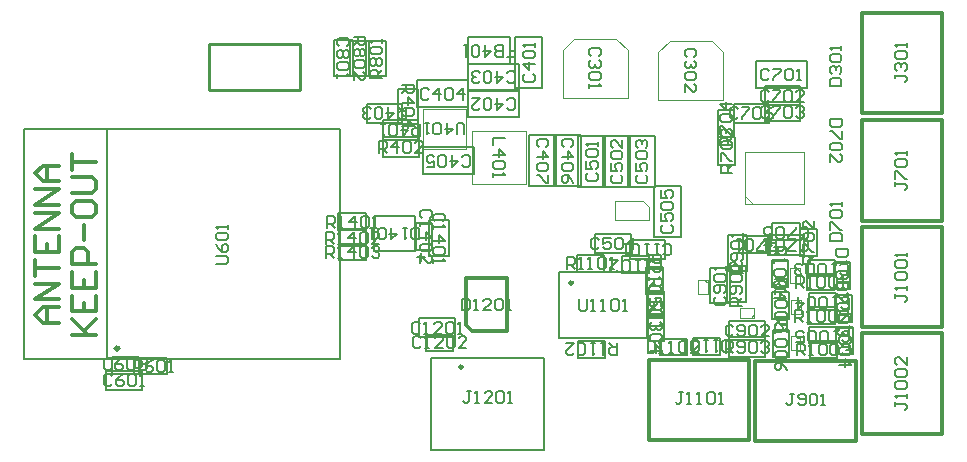
<source format=gbr>
%TF.GenerationSoftware,Altium Limited,Altium Designer,25.4.2 (15)*%
G04 Layer_Color=16711935*
%FSLAX45Y45*%
%MOMM*%
%TF.SameCoordinates,9A986A7D-484F-4AC0-AE4B-942BB78B8B2C*%
%TF.FilePolarity,Positive*%
%TF.FileFunction,Other,Mechanical_13*%
%TF.Part,Single*%
G01*
G75*
%TA.AperFunction,NonConductor*%
%ADD48C,0.30000*%
%ADD49C,0.35000*%
%ADD51C,0.25400*%
%ADD52C,0.20000*%
%ADD85C,0.17500*%
%ADD86C,0.10000*%
%ADD87C,0.15000*%
D48*
X9734971Y6019988D02*
G03*
X9734971Y6019988I-10000J0D01*
G01*
X10669571Y6734700D02*
G03*
X10669571Y6734700I-11971J0D01*
G01*
X13799699Y7258500D02*
Y8108500D01*
X13124699D02*
X13799699D01*
X13124699Y7258500D02*
Y8108500D01*
Y7258500D02*
X13799699D01*
X12218000Y5396300D02*
Y6071300D01*
X13067999D01*
Y5396300D02*
Y6071300D01*
X12218000Y5396300D02*
X13067999D01*
X13124699Y6356800D02*
X13799699D01*
X13124699D02*
Y7206800D01*
X13799699D01*
Y6356800D02*
Y7206800D01*
X13124699Y5455100D02*
X13799699D01*
X13124699D02*
Y6305100D01*
X13799699D01*
Y5455100D02*
Y6305100D01*
X13124699Y8172500D02*
X13799699D01*
X13124699D02*
Y9022500D01*
X13799699D01*
Y8172500D02*
Y9022500D01*
X9815900Y6325300D02*
X10115900D01*
X9765900Y6375299D02*
X9815900Y6325300D01*
X9765900Y6375299D02*
Y6550300D01*
X10115900Y6325300D02*
Y6775300D01*
X9765900D02*
X10115900D01*
X9765900Y6550300D02*
Y6775300D01*
X11316700Y5407000D02*
Y6082001D01*
X12166700D01*
Y5407000D02*
Y6082001D01*
X11316700Y5407000D02*
X12166700D01*
X6321503Y6393153D02*
X6188213D01*
X6121567Y6459798D01*
X6188213Y6526444D01*
X6321503D01*
X6221535D01*
Y6393153D01*
X6321503Y6593089D02*
X6121567D01*
X6321503Y6726379D01*
X6121567D01*
Y6793025D02*
Y6926315D01*
Y6859670D01*
X6321503D01*
X6121567Y7126250D02*
Y6992960D01*
X6321503D01*
Y7126250D01*
X6221535Y6992960D02*
Y7059605D01*
X6321503Y7192896D02*
X6121567D01*
X6321503Y7326186D01*
X6121567D01*
X6321503Y7392831D02*
X6121567D01*
X6321503Y7526122D01*
X6121567D01*
X6321503Y7592767D02*
X6188213D01*
X6121567Y7659412D01*
X6188213Y7726057D01*
X6321503D01*
X6221535D01*
Y7592767D01*
X6433490Y6293186D02*
X6633426D01*
X6566781D01*
X6433490Y6426476D01*
X6533458Y6326508D01*
X6633426Y6426476D01*
X6433490Y6626411D02*
Y6493121D01*
X6633426D01*
Y6626411D01*
X6533458Y6493121D02*
Y6559766D01*
X6433490Y6826347D02*
Y6693057D01*
X6633426D01*
Y6826347D01*
X6533458Y6693057D02*
Y6759702D01*
X6633426Y6892992D02*
X6433490D01*
Y6992960D01*
X6466813Y7026283D01*
X6533458D01*
X6566781Y6992960D01*
Y6892992D01*
X6533458Y7092928D02*
Y7226218D01*
X6433490Y7392831D02*
Y7326186D01*
X6466813Y7292863D01*
X6600103D01*
X6633426Y7326186D01*
Y7392831D01*
X6600103Y7426154D01*
X6466813D01*
X6433490Y7392831D01*
Y7492799D02*
X6600103D01*
X6633426Y7526122D01*
Y7592767D01*
X6600103Y7626089D01*
X6433490D01*
Y7692735D02*
Y7826025D01*
Y7759380D01*
X6633426D01*
D49*
X6828151Y6180029D02*
G03*
X6828151Y6180029I-15000J0D01*
G01*
D51*
X8359341Y8364610D02*
Y8754610D01*
X7589341D02*
X8359341D01*
X7589341Y8364610D02*
Y8754610D01*
Y8364610D02*
X8359341D01*
D52*
X9474971Y5319988D02*
X10424971D01*
Y6094988D01*
X9474971D02*
X10424971D01*
X9474971Y5319988D02*
Y6094988D01*
X8702500Y6109600D02*
Y8034600D01*
X6027500D02*
X8702500D01*
X6027500Y6084600D02*
Y8034600D01*
Y6084600D02*
X8702500D01*
Y6109600D01*
X6727500Y6084600D02*
Y8034600D01*
X10557600Y6264700D02*
Y6824700D01*
X11297600D01*
X10557600Y6264700D02*
X11297600D01*
Y6824700D01*
X8986800Y7001000D02*
X9336800D01*
X8986800D02*
Y7301000D01*
X9336800D01*
Y7001000D02*
Y7301000D01*
X13399716Y7583532D02*
Y7550210D01*
Y7566871D01*
X13483023D01*
X13499684Y7550210D01*
Y7533549D01*
X13483023Y7516887D01*
X13399716Y7616855D02*
Y7683500D01*
X13416377D01*
X13483023Y7616855D01*
X13499684D01*
X13416377Y7716823D02*
X13399716Y7733484D01*
Y7766807D01*
X13416377Y7783468D01*
X13483023D01*
X13499684Y7766807D01*
Y7733484D01*
X13483023Y7716823D01*
X13416377D01*
X13499684Y7816791D02*
Y7850113D01*
Y7833452D01*
X13399716D01*
X13416377Y7816791D01*
X9370066Y7101016D02*
Y7200984D01*
X9320082D01*
X9303421Y7184322D01*
Y7117677D01*
X9320082Y7101016D01*
X9370066D01*
X9270099Y7200984D02*
X9236776D01*
X9253437D01*
Y7101016D01*
X9270099Y7117677D01*
X9136808Y7200984D02*
Y7101016D01*
X9186792Y7151000D01*
X9120147D01*
X9086824Y7117677D02*
X9070163Y7101016D01*
X9036840D01*
X9020179Y7117677D01*
Y7184322D01*
X9036840Y7200984D01*
X9070163D01*
X9086824Y7184322D01*
Y7117677D01*
X8986857Y7200984D02*
X8953534D01*
X8970195D01*
Y7101016D01*
X8986857Y7117677D01*
X9420123Y6951000D02*
X9353478D01*
X9386800Y6917677D02*
Y6984322D01*
X12543032Y5796284D02*
X12509710D01*
X12526371D01*
Y5712977D01*
X12509710Y5696316D01*
X12493049D01*
X12476387Y5712977D01*
X12576355D02*
X12593016Y5696316D01*
X12626339D01*
X12643000Y5712977D01*
Y5779622D01*
X12626339Y5796284D01*
X12593016D01*
X12576355Y5779622D01*
Y5762961D01*
X12593016Y5746300D01*
X12643000D01*
X12676323Y5779622D02*
X12692984Y5796284D01*
X12726307D01*
X12742968Y5779622D01*
Y5712977D01*
X12726307Y5696316D01*
X12692984D01*
X12676323Y5712977D01*
Y5779622D01*
X12776291Y5696316D02*
X12809613D01*
X12792952D01*
Y5796284D01*
X12776291Y5779622D01*
X13399716Y6640179D02*
Y6606856D01*
Y6623518D01*
X13483022D01*
X13499684Y6606856D01*
Y6590195D01*
X13483022Y6573534D01*
X13499684Y6673502D02*
Y6706824D01*
Y6690163D01*
X13399716D01*
X13416377Y6673502D01*
Y6756808D02*
X13399716Y6773469D01*
Y6806792D01*
X13416377Y6823453D01*
X13483022D01*
X13499684Y6806792D01*
Y6773469D01*
X13483022Y6756808D01*
X13416377D01*
Y6856776D02*
X13399716Y6873437D01*
Y6906760D01*
X13416377Y6923421D01*
X13483022D01*
X13499684Y6906760D01*
Y6873437D01*
X13483022Y6856776D01*
X13416377D01*
X13499684Y6956744D02*
Y6990066D01*
Y6973405D01*
X13399716D01*
X13416377Y6956744D01*
X13399716Y5721818D02*
Y5688495D01*
Y5705157D01*
X13483022D01*
X13499684Y5688495D01*
Y5671834D01*
X13483022Y5655173D01*
X13499684Y5755141D02*
Y5788463D01*
Y5771802D01*
X13399716D01*
X13416377Y5755141D01*
Y5838447D02*
X13399716Y5855108D01*
Y5888431D01*
X13416377Y5905092D01*
X13483022D01*
X13499684Y5888431D01*
Y5855108D01*
X13483022Y5838447D01*
X13416377D01*
Y5938415D02*
X13399716Y5955076D01*
Y5988399D01*
X13416377Y6005060D01*
X13483022D01*
X13499684Y5988399D01*
Y5955076D01*
X13483022Y5938415D01*
X13416377D01*
X13499684Y6105028D02*
Y6038383D01*
X13433038Y6105028D01*
X13416377D01*
X13399716Y6088367D01*
Y6055044D01*
X13416377Y6038383D01*
X13399716Y8497532D02*
Y8464209D01*
Y8480871D01*
X13483022D01*
X13499684Y8464209D01*
Y8447548D01*
X13483022Y8430887D01*
X13416377Y8530855D02*
X13399716Y8547516D01*
Y8580839D01*
X13416377Y8597500D01*
X13433038D01*
X13449699Y8580839D01*
Y8564177D01*
Y8580839D01*
X13466360Y8597500D01*
X13483022D01*
X13499684Y8580839D01*
Y8547516D01*
X13483022Y8530855D01*
X13416377Y8630822D02*
X13399716Y8647484D01*
Y8680806D01*
X13416377Y8697467D01*
X13483022D01*
X13499684Y8680806D01*
Y8647484D01*
X13483022Y8630822D01*
X13416377D01*
X13499684Y8730790D02*
Y8764113D01*
Y8747452D01*
X13399716D01*
X13416377Y8730790D01*
X11608410Y5806984D02*
X11575087D01*
X11591748D01*
Y5723678D01*
X11575087Y5707017D01*
X11558426D01*
X11541765Y5723678D01*
X11641732Y5707017D02*
X11675055D01*
X11658394D01*
Y5806984D01*
X11641732Y5790323D01*
X11725039Y5707017D02*
X11758361D01*
X11741700D01*
Y5806984D01*
X11725039Y5790323D01*
X11808345D02*
X11825007Y5806984D01*
X11858329D01*
X11874990Y5790323D01*
Y5723678D01*
X11858329Y5707017D01*
X11825007D01*
X11808345Y5723678D01*
Y5790323D01*
X11908313Y5707017D02*
X11941636D01*
X11924974D01*
Y5806984D01*
X11908313Y5790323D01*
D85*
X11899972Y7964989D02*
X12039972D01*
X11899972D02*
Y8194989D01*
X12039972D01*
Y7964989D02*
Y8194989D01*
X12366620Y6101779D02*
Y6331779D01*
Y6101779D02*
X12506620D01*
Y6331779D01*
X12366620D02*
X12506620D01*
X9194380Y8376900D02*
X9359380D01*
Y8076900D02*
Y8376900D01*
X9194380Y8076900D02*
X9359380D01*
X9194380D02*
Y8376900D01*
X10301580Y7549500D02*
Y7981300D01*
Y7549500D02*
X10530180D01*
Y7981300D01*
X10301580D02*
X10530180D01*
X10513180Y7549500D02*
Y7981300D01*
Y7549500D02*
X10741780D01*
Y7981300D01*
X10513180D02*
X10741780D01*
X9784106Y8589261D02*
X10215906D01*
X9784106Y8360661D02*
Y8589261D01*
Y8360661D02*
X10215906D01*
Y8589261D01*
X9784106Y8364262D02*
X10215906D01*
X9784106Y8135662D02*
Y8364262D01*
Y8135662D02*
X10215906D01*
Y8364262D01*
X10414264Y8384094D02*
Y8815894D01*
X10185664D02*
X10414264D01*
X10185664Y8384094D02*
Y8815894D01*
Y8384094D02*
X10414264D01*
X12219200Y8383400D02*
X12651000D01*
Y8612000D01*
X12219200D02*
X12651000D01*
X12219200Y8383400D02*
Y8612000D01*
X12296900Y8099700D02*
X12596900D01*
Y8264699D01*
X12296900D02*
X12596900D01*
X12296900Y8099700D02*
Y8264699D01*
X12296900Y8236300D02*
X12596900D01*
Y8401300D01*
X12296900D02*
X12596900D01*
X12296900Y8236300D02*
Y8401300D01*
X9343499Y7239500D02*
X9483500D01*
Y7009500D02*
Y7239500D01*
X9343499Y7009500D02*
X9483500D01*
X9343499D02*
Y7239500D01*
X9456100Y6961800D02*
Y7261800D01*
Y6961800D02*
X9621100D01*
Y7261800D01*
X9456100D02*
X9621100D01*
X8688200Y7181900D02*
Y7321900D01*
X8918200D01*
Y7181900D02*
Y7321900D01*
X8688200Y7181900D02*
X8918200D01*
X8695500Y7045500D02*
Y7185500D01*
X8925500D01*
Y7045500D02*
Y7185500D01*
X8695500Y7045500D02*
X8925500D01*
X8695500Y6924100D02*
Y7064100D01*
X8925500D01*
Y6924100D02*
Y7064100D01*
X8695500Y6924100D02*
X8925500D01*
X8923500Y8484200D02*
X9088500D01*
X8923500D02*
Y8784200D01*
X9088500D01*
Y8484200D02*
Y8784200D01*
X8647300Y8485800D02*
Y8785800D01*
Y8485800D02*
X8812300D01*
Y8785800D01*
X8647300D02*
X8812300D01*
X8783900Y8783500D02*
X8948900D01*
Y8483500D02*
Y8783500D01*
X8783900Y8483500D02*
X8948900D01*
X8783900D02*
Y8783500D01*
X11983299Y6836400D02*
X12148299D01*
X11983299D02*
Y7136400D01*
X12148299D01*
Y6836400D02*
Y7136400D01*
X12000900Y6561400D02*
Y6861400D01*
X11835900D02*
X12000900D01*
X11835900Y6561400D02*
Y6861400D01*
Y6561400D02*
X12000900D01*
X11974300Y6573700D02*
X12139300D01*
X11974300D02*
Y6873700D01*
X12139300D01*
Y6573700D02*
Y6873700D01*
X11998700Y6247300D02*
X12298700D01*
Y6412300D01*
X11998700D02*
X12298700D01*
X11998700Y6247300D02*
Y6412300D01*
X11998700Y6108900D02*
Y6273900D01*
X12298700D01*
Y6108900D02*
Y6273900D01*
X11998700Y6108900D02*
X12298700D01*
X12362300Y6659700D02*
X12502300D01*
Y6429700D02*
Y6659700D01*
X12362300Y6429700D02*
X12502300D01*
X12362300D02*
Y6659700D01*
X12355900Y6924700D02*
X12495900D01*
Y6694700D02*
Y6924700D01*
X12355900Y6694700D02*
X12495900D01*
X12355900D02*
Y6924700D01*
X12653000Y6672000D02*
Y6812000D01*
X12883000D01*
Y6672000D02*
Y6812000D01*
X12653000Y6672000D02*
X12883000D01*
X12665300Y6385600D02*
Y6525600D01*
X12895300D01*
Y6385600D02*
Y6525600D01*
X12665300Y6385600D02*
X12895300D01*
X12680300Y6099200D02*
Y6239201D01*
X12910300D01*
Y6099200D02*
Y6239201D01*
X12680300Y6099200D02*
X12910300D01*
X12904700Y6222200D02*
Y6362200D01*
X12674700Y6222200D02*
X12904700D01*
X12674700D02*
Y6362200D01*
X12904700D01*
X12899727Y6506157D02*
Y6646158D01*
X12669727Y6506157D02*
X12899727D01*
X12669727D02*
Y6646158D01*
X12899727D01*
X12889700Y6790000D02*
Y6930001D01*
X12659700Y6790000D02*
X12889700D01*
X12659700D02*
Y6930001D01*
X12889700D01*
X12903600Y6129700D02*
Y6359700D01*
Y6129700D02*
X13043600D01*
Y6359700D01*
X12903600D02*
X13043600D01*
X12892201Y6404700D02*
Y6634700D01*
Y6404700D02*
X13032201D01*
Y6634700D01*
X12892201D02*
X13032201D01*
X12880800Y6679700D02*
Y6909700D01*
Y6679700D02*
X13020799D01*
Y6909700D01*
X12880800D02*
X13020799D01*
X11368900Y7546800D02*
Y7978600D01*
X11140300D02*
X11368900D01*
X11140300Y7546800D02*
Y7978600D01*
Y7546800D02*
X11368900D01*
X11157300Y7546799D02*
Y7978599D01*
X10928700D02*
X11157300D01*
X10928700Y7546799D02*
Y7978599D01*
Y7546799D02*
X11157300D01*
X10946500Y7546800D02*
Y7978600D01*
X10717900D02*
X10946500D01*
X10717900Y7546800D02*
Y7978600D01*
Y7546800D02*
X10946500D01*
X11584901Y7121800D02*
Y7553600D01*
X11356301D02*
X11584901D01*
X11356301Y7121800D02*
Y7553600D01*
Y7121800D02*
X11584901D01*
X10863100Y6983900D02*
X11163100D01*
Y7148900D01*
X10863100D02*
X11163100D01*
X10863100Y6983900D02*
Y7148900D01*
X9401400Y7881220D02*
X9833200D01*
X9401400Y7652620D02*
Y7881220D01*
Y7652620D02*
X9833200D01*
Y7881220D01*
X10142800Y8584420D02*
Y8813020D01*
X9787200Y8584420D02*
X10142800D01*
X9787200D02*
Y8813020D01*
X10142800D01*
X9364200Y7944220D02*
Y8109220D01*
X9064200Y7944220D02*
X9364200D01*
X9064200D02*
Y8109220D01*
X9364200D01*
X9356800Y8220180D02*
X9788600D01*
Y8448780D01*
X9356800D02*
X9788600D01*
X9356800Y8220180D02*
Y8448780D01*
X9226900Y8087020D02*
Y8252020D01*
X8926900Y8087020D02*
X9226900D01*
X8926900D02*
Y8252020D01*
X9226900D01*
X9068100Y7802780D02*
Y7967780D01*
X9368100D01*
Y7802780D02*
Y7967780D01*
X9068100Y7802780D02*
X9368100D01*
X12327700Y7135400D02*
X12627700D01*
X12327700Y6970400D02*
Y7135400D01*
Y6970400D02*
X12627700D01*
Y7135400D01*
X12592700Y7096300D02*
Y7236300D01*
X12362700Y7096300D02*
X12592700D01*
X12362700D02*
Y7236300D01*
X12592700D01*
X12034400Y8086600D02*
X12334400D01*
Y8251600D01*
X12034400D02*
X12334400D01*
X12034400Y8086600D02*
Y8251600D01*
X12342900Y6987400D02*
Y7127401D01*
X12112900Y6987400D02*
X12342900D01*
X12112900D02*
Y7127401D01*
X12342900D01*
X11903079Y7735079D02*
X12043080D01*
X11903079D02*
Y7965079D01*
X12043080D01*
Y7735079D02*
Y7965079D01*
X12597500Y6960440D02*
X12737500D01*
X12597500D02*
Y7190441D01*
X12737500D01*
Y6960440D02*
Y7190441D01*
X6768400Y5965800D02*
Y6105801D01*
X6998400D01*
Y5965800D02*
Y6105801D01*
X6768400Y5965800D02*
X6998400D01*
X6721100Y5826400D02*
X7021100D01*
Y5991400D01*
X6721100D02*
X7021100D01*
X6721100Y5826400D02*
Y5991400D01*
X7006100Y5959100D02*
Y6099101D01*
X7236100D01*
Y5959100D02*
Y6099101D01*
X7006100Y5959100D02*
X7236100D01*
X9431786Y6153048D02*
Y6293048D01*
X9661786D01*
Y6153048D02*
Y6293048D01*
X9431786Y6153048D02*
X9661786D01*
X9372640Y6271268D02*
X9672640D01*
Y6436268D01*
X9372640D02*
X9672640D01*
X9372640Y6271268D02*
Y6436268D01*
X11318700Y6819800D02*
Y6959800D01*
X11088700Y6819800D02*
X11318700D01*
X11088700D02*
Y6959800D01*
X11318700D01*
X11153300Y7097600D02*
X11453300D01*
X11153300Y6932600D02*
Y7097600D01*
Y6932600D02*
X11453300D01*
Y7097600D01*
X11305800Y6468700D02*
X11445800D01*
Y6238700D02*
Y6468700D01*
X11305800Y6238700D02*
X11445800D01*
X11305800D02*
Y6468700D01*
X10706700Y6828200D02*
Y6968200D01*
X10936700D01*
Y6828200D02*
Y6968200D01*
X10706700Y6828200D02*
X10936700D01*
X11307100Y6668700D02*
X11447100D01*
Y6438700D02*
Y6668700D01*
X11307100Y6438700D02*
X11447100D01*
X11307100D02*
Y6668700D01*
X11295300Y6868700D02*
X11435300D01*
Y6638700D02*
Y6868700D01*
X11295300Y6638700D02*
X11435300D01*
X11295300D02*
Y6868700D01*
X10943700Y6101500D02*
Y6241500D01*
X10713700Y6101500D02*
X10943700D01*
X10713700D02*
Y6241500D01*
X10943700D01*
X11406300Y6121700D02*
X11636300D01*
Y6261700D01*
X11406300D02*
X11636300D01*
X11406300Y6121700D02*
Y6261700D01*
X11688300Y6265900D02*
X11918300D01*
X11688300Y6125900D02*
Y6265900D01*
Y6125900D02*
X11918300D01*
Y6265900D01*
X12953185Y8120774D02*
X12853217D01*
Y8070790D01*
X12869878Y8054129D01*
X12936523D01*
X12953185Y8070790D01*
Y8120774D01*
Y8020806D02*
Y7954161D01*
X12936523D01*
X12869878Y8020806D01*
X12853217D01*
X12936523Y7920839D02*
X12953185Y7904177D01*
Y7870855D01*
X12936523Y7854194D01*
X12869878D01*
X12853217Y7870855D01*
Y7904177D01*
X12869878Y7920839D01*
X12936523D01*
X12853217Y7754226D02*
Y7820871D01*
X12919861Y7754226D01*
X12936523D01*
X12953185Y7770887D01*
Y7804209D01*
X12936523Y7820871D01*
X9732634Y6600283D02*
Y6500316D01*
X9782618D01*
X9799279Y6516977D01*
Y6583622D01*
X9782618Y6600283D01*
X9732634D01*
X9832602Y6500316D02*
X9865924D01*
X9849263D01*
Y6600283D01*
X9832602Y6583622D01*
X9982553Y6500316D02*
X9915908D01*
X9982553Y6566961D01*
Y6583622D01*
X9965892Y6600283D01*
X9932569D01*
X9915908Y6583622D01*
X10015876D02*
X10032537Y6600283D01*
X10065860D01*
X10082521Y6583622D01*
Y6516977D01*
X10065860Y6500316D01*
X10032537D01*
X10015876Y6516977D01*
Y6583622D01*
X10115844Y6500316D02*
X10149166D01*
X10132505D01*
Y6600283D01*
X10115844Y6583622D01*
X12847116Y8401887D02*
X12947084D01*
Y8451871D01*
X12930421Y8468532D01*
X12863777D01*
X12847116Y8451871D01*
Y8401887D01*
X12863777Y8501855D02*
X12847116Y8518516D01*
Y8551839D01*
X12863777Y8568500D01*
X12880440D01*
X12897099Y8551839D01*
Y8535177D01*
Y8551839D01*
X12913760Y8568500D01*
X12930421D01*
X12947084Y8551839D01*
Y8518516D01*
X12930421Y8501855D01*
X12863777Y8601823D02*
X12847116Y8618484D01*
Y8651807D01*
X12863777Y8668468D01*
X12930421D01*
X12947084Y8651807D01*
Y8618484D01*
X12930421Y8601823D01*
X12863777D01*
X12947084Y8701791D02*
Y8735113D01*
Y8718452D01*
X12847116D01*
X12863777Y8701791D01*
X12853217Y7085087D02*
X12953185D01*
Y7135071D01*
X12936523Y7151732D01*
X12869878D01*
X12853217Y7135071D01*
Y7085087D01*
Y7185055D02*
Y7251700D01*
X12869878D01*
X12936523Y7185055D01*
X12953185D01*
X12869878Y7285023D02*
X12853217Y7301684D01*
Y7335007D01*
X12869878Y7351668D01*
X12936523D01*
X12953185Y7335007D01*
Y7301684D01*
X12936523Y7285023D01*
X12869878D01*
X12953185Y7384991D02*
Y7418313D01*
Y7401652D01*
X12853217D01*
X12869878Y7384991D01*
D86*
X10686000Y8802300D02*
X11041000D01*
X10588500Y8704800D02*
X10686000Y8802300D01*
X10588500Y8302300D02*
Y8704800D01*
Y8302300D02*
X11138500D01*
Y8704800D01*
X11041000Y8802300D02*
X11138500Y8704800D01*
X11813800Y6640100D02*
Y6760100D01*
X11733800Y6640100D02*
X11813800D01*
X11733800D02*
Y6760100D01*
X11813800D01*
X11786300D02*
X11813800Y6732600D01*
X12090100Y6438800D02*
X12210100D01*
X12090100D02*
Y6518800D01*
X12210100D01*
Y6438800D02*
Y6518800D01*
X12182600Y6438800D02*
X12210100Y6466300D01*
X12597200Y6165400D02*
Y6285400D01*
X12517200Y6165400D02*
X12597200D01*
X12517200D02*
Y6285400D01*
X12597200D01*
X12569700D02*
X12597200Y6257900D01*
X12600800Y6470400D02*
Y6590400D01*
X12520800Y6470400D02*
X12600800D01*
X12520800D02*
Y6590400D01*
X12600800D01*
X12573300D02*
X12600800Y6562900D01*
X12594400Y6735400D02*
Y6855400D01*
X12514400Y6735400D02*
X12594400D01*
X12514400D02*
Y6855400D01*
X12594400D01*
X12566900D02*
X12594400Y6827900D01*
X11320400Y7264900D02*
Y7374900D01*
X11270399Y7424900D02*
X11320400Y7374900D01*
X11030400Y7424900D02*
X11270399D01*
X11030400Y7264900D02*
X11320400D01*
X11030400D02*
Y7424900D01*
X11846600Y8782300D02*
X11944100Y8684800D01*
Y8282300D02*
Y8684800D01*
X11394100Y8282300D02*
X11944100D01*
X11394100D02*
Y8684800D01*
X11491600Y8782300D01*
X11846600D01*
X9407580Y8209600D02*
X9767580D01*
X9407580Y7869600D02*
X9767580D01*
X9407580D02*
Y8209600D01*
X9767580Y7869600D02*
Y8209600D01*
X9822300Y8021980D02*
X10272300D01*
X9822300Y7571980D02*
X10272300D01*
Y8021980D01*
X9822300Y7571980D02*
Y8021980D01*
X12129300Y7467700D02*
X12194300Y7402700D01*
X12129300D02*
X12629300D01*
Y7842700D01*
X12129300D02*
X12629300D01*
X12129300Y7402700D02*
Y7842700D01*
D87*
X10896822Y8652268D02*
X10913483Y8668929D01*
Y8702251D01*
X10896822Y8718913D01*
X10830177D01*
X10813516Y8702251D01*
Y8668929D01*
X10830177Y8652268D01*
X10896822Y8618945D02*
X10913483Y8602284D01*
Y8568961D01*
X10896822Y8552300D01*
X10880161D01*
X10863499Y8568961D01*
Y8585622D01*
Y8568961D01*
X10846838Y8552300D01*
X10830177D01*
X10813516Y8568961D01*
Y8602284D01*
X10830177Y8618945D01*
X10896822Y8518977D02*
X10913483Y8502316D01*
Y8468993D01*
X10896822Y8452332D01*
X10830177D01*
X10813516Y8468993D01*
Y8502316D01*
X10830177Y8518977D01*
X10896822D01*
X10813516Y8419009D02*
Y8385687D01*
Y8402348D01*
X10913483D01*
X10896822Y8419009D01*
X10727665Y6594684D02*
Y6511378D01*
X10744326Y6494716D01*
X10777649D01*
X10794310Y6511378D01*
Y6594684D01*
X10827633Y6494716D02*
X10860955D01*
X10844294D01*
Y6594684D01*
X10827633Y6578023D01*
X10910939Y6494716D02*
X10944262D01*
X10927600D01*
Y6594684D01*
X10910939Y6578023D01*
X10994245D02*
X11010907Y6594684D01*
X11044229D01*
X11060891Y6578023D01*
Y6511378D01*
X11044229Y6494716D01*
X11010907D01*
X10994245Y6511378D01*
Y6578023D01*
X11094213Y6494716D02*
X11127536D01*
X11110875D01*
Y6594684D01*
X11094213Y6578023D01*
X11702423Y8648929D02*
X11719084Y8665590D01*
Y8698912D01*
X11702423Y8715574D01*
X11635778D01*
X11619116Y8698912D01*
Y8665590D01*
X11635778Y8648929D01*
X11702423Y8615606D02*
X11719084Y8598945D01*
Y8565622D01*
X11702423Y8548961D01*
X11685761D01*
X11669100Y8565622D01*
Y8582284D01*
Y8565622D01*
X11652439Y8548961D01*
X11635778D01*
X11619116Y8565622D01*
Y8598945D01*
X11635778Y8615606D01*
X11702423Y8515638D02*
X11719084Y8498977D01*
Y8465654D01*
X11702423Y8448993D01*
X11635778D01*
X11619116Y8465654D01*
Y8498977D01*
X11635778Y8515638D01*
X11702423D01*
X11619116Y8349025D02*
Y8415670D01*
X11685761Y8349025D01*
X11702423D01*
X11719084Y8365687D01*
Y8399009D01*
X11702423Y8415670D01*
X7652516Y6892987D02*
X7735823D01*
X7752484Y6909649D01*
Y6942971D01*
X7735823Y6959633D01*
X7652516D01*
Y7059600D02*
X7669178Y7026278D01*
X7702500Y6992955D01*
X7735823D01*
X7752484Y7009617D01*
Y7042939D01*
X7735823Y7059600D01*
X7719162D01*
X7702500Y7042939D01*
Y6992955D01*
X7669178Y7092923D02*
X7652516Y7109584D01*
Y7142907D01*
X7669178Y7159568D01*
X7735823D01*
X7752484Y7142907D01*
Y7109584D01*
X7735823Y7092923D01*
X7669178D01*
X7752484Y7192891D02*
Y7226213D01*
Y7209552D01*
X7652516D01*
X7669178Y7192891D01*
X9808350Y5819972D02*
X9775028D01*
X9791689D01*
Y5736666D01*
X9775028Y5720004D01*
X9758367D01*
X9741705Y5736666D01*
X9841673Y5720004D02*
X9874995D01*
X9858334D01*
Y5819972D01*
X9841673Y5803311D01*
X9991624Y5720004D02*
X9924979D01*
X9991624Y5786649D01*
Y5803311D01*
X9974963Y5819972D01*
X9941641D01*
X9924979Y5803311D01*
X10024947D02*
X10041609Y5819972D01*
X10074931D01*
X10091592Y5803311D01*
Y5736666D01*
X10074931Y5720004D01*
X10041609D01*
X10024947Y5736666D01*
Y5803311D01*
X10124915Y5720004D02*
X10158237D01*
X10141576D01*
Y5819972D01*
X10124915Y5803311D01*
X12019955Y7896715D02*
X11919988D01*
Y7946699D01*
X11936649Y7963360D01*
X11969971D01*
X11986633Y7946699D01*
Y7896715D01*
Y7930037D02*
X12019955Y7963360D01*
X11919988Y7996683D02*
Y8063328D01*
X11936649D01*
X12003294Y7996683D01*
X12019955D01*
X11936649Y8096650D02*
X11919988Y8113312D01*
Y8146634D01*
X11936649Y8163295D01*
X12003294D01*
X12019955Y8146634D01*
Y8113312D01*
X12003294Y8096650D01*
X11936649D01*
X12019955Y8246602D02*
X11919988D01*
X11969971Y8196618D01*
Y8263263D01*
X12386637Y6441706D02*
X12486604D01*
Y6391723D01*
X12469943Y6375061D01*
X12436621D01*
X12419959Y6391723D01*
Y6441706D01*
Y6408384D02*
X12386637Y6375061D01*
Y6341739D02*
Y6308416D01*
Y6325077D01*
X12486604D01*
X12469943Y6341739D01*
Y6258432D02*
X12486604Y6241771D01*
Y6208448D01*
X12469943Y6191787D01*
X12403298D01*
X12386637Y6208448D01*
Y6241771D01*
X12403298Y6258432D01*
X12469943D01*
Y6158464D02*
X12486604Y6141803D01*
Y6108481D01*
X12469943Y6091819D01*
X12403298D01*
X12386637Y6108481D01*
Y6141803D01*
X12403298Y6158464D01*
X12469943D01*
X12486604Y5991852D02*
X12469943Y6025174D01*
X12436621Y6058497D01*
X12403298D01*
X12386637Y6041835D01*
Y6008513D01*
X12403298Y5991852D01*
X12419959D01*
X12436621Y6008513D01*
Y6058497D01*
X9226896Y8410174D02*
X9326863D01*
Y8360190D01*
X9310202Y8343529D01*
X9276880D01*
X9260218Y8360190D01*
Y8410174D01*
Y8376852D02*
X9226896Y8343529D01*
Y8260222D02*
X9326863D01*
X9276880Y8310206D01*
Y8243561D01*
X9310202Y8210239D02*
X9326863Y8193577D01*
Y8160255D01*
X9310202Y8143594D01*
X9243557D01*
X9226896Y8160255D01*
Y8193577D01*
X9243557Y8210239D01*
X9310202D01*
X9226896Y8060287D02*
X9326863D01*
X9276880Y8110271D01*
Y8043626D01*
X10449203Y7882029D02*
X10465864Y7898690D01*
Y7932012D01*
X10449203Y7948674D01*
X10382558D01*
X10365896Y7932012D01*
Y7898690D01*
X10382558Y7882029D01*
X10365896Y7798722D02*
X10465864D01*
X10415880Y7848706D01*
Y7782061D01*
X10449203Y7748738D02*
X10465864Y7732077D01*
Y7698754D01*
X10449203Y7682093D01*
X10382558D01*
X10365896Y7698754D01*
Y7732077D01*
X10382558Y7748738D01*
X10449203D01*
X10465864Y7648770D02*
Y7582125D01*
X10449203D01*
X10382558Y7648770D01*
X10365896D01*
X10660803Y7882029D02*
X10677464Y7898690D01*
Y7932013D01*
X10660803Y7948674D01*
X10594158D01*
X10577496Y7932013D01*
Y7898690D01*
X10594158Y7882029D01*
X10577496Y7798722D02*
X10677464D01*
X10627480Y7848706D01*
Y7782061D01*
X10660803Y7748738D02*
X10677464Y7732077D01*
Y7698754D01*
X10660803Y7682093D01*
X10594158D01*
X10577496Y7698754D01*
Y7732077D01*
X10594158Y7748738D01*
X10660803D01*
X10677464Y7582126D02*
X10660803Y7615448D01*
X10627480Y7648771D01*
X10594158D01*
X10577496Y7632109D01*
Y7598787D01*
X10594158Y7582126D01*
X10610819D01*
X10627480Y7598787D01*
Y7648771D01*
X10116635Y8441638D02*
X10133296Y8424977D01*
X10166618D01*
X10183280Y8441638D01*
Y8508283D01*
X10166618Y8524945D01*
X10133296D01*
X10116635Y8508283D01*
X10033328Y8524945D02*
Y8424977D01*
X10083312Y8474961D01*
X10016667D01*
X9983344Y8441638D02*
X9966683Y8424977D01*
X9933360D01*
X9916699Y8441638D01*
Y8508283D01*
X9933360Y8524945D01*
X9966683D01*
X9983344Y8508283D01*
Y8441638D01*
X9883376D02*
X9866715Y8424977D01*
X9833393D01*
X9816731Y8441638D01*
Y8458300D01*
X9833393Y8474961D01*
X9850054D01*
X9833393D01*
X9816731Y8491622D01*
Y8508283D01*
X9833393Y8524945D01*
X9866715D01*
X9883376Y8508283D01*
X10116635Y8216640D02*
X10133296Y8199979D01*
X10166619D01*
X10183280Y8216640D01*
Y8283285D01*
X10166619Y8299946D01*
X10133296D01*
X10116635Y8283285D01*
X10033328Y8299946D02*
Y8199979D01*
X10083312Y8249962D01*
X10016667D01*
X9983345Y8216640D02*
X9966683Y8199979D01*
X9933361D01*
X9916699Y8216640D01*
Y8283285D01*
X9933361Y8299946D01*
X9966683D01*
X9983345Y8283285D01*
Y8216640D01*
X9816732Y8299946D02*
X9883377D01*
X9816732Y8233301D01*
Y8216640D01*
X9833393Y8199979D01*
X9866715D01*
X9883377Y8216640D01*
X10266641Y8500026D02*
X10249979Y8483365D01*
Y8450043D01*
X10266641Y8433381D01*
X10333286D01*
X10349947Y8450043D01*
Y8483365D01*
X10333286Y8500026D01*
X10349947Y8583333D02*
X10249979D01*
X10299963Y8533349D01*
Y8599994D01*
X10266641Y8633317D02*
X10249979Y8649978D01*
Y8683301D01*
X10266641Y8699962D01*
X10333286D01*
X10349947Y8683301D01*
Y8649978D01*
X10333286Y8633317D01*
X10266641D01*
X10349947Y8733285D02*
Y8766607D01*
Y8749946D01*
X10249979D01*
X10266641Y8733285D01*
X12335132Y8531022D02*
X12318471Y8547684D01*
X12285149D01*
X12268487Y8531022D01*
Y8464377D01*
X12285149Y8447716D01*
X12318471D01*
X12335132Y8464377D01*
X12368455Y8547684D02*
X12435100D01*
Y8531022D01*
X12368455Y8464377D01*
Y8447716D01*
X12468423Y8531022D02*
X12485084Y8547684D01*
X12518407D01*
X12535068Y8531022D01*
Y8464377D01*
X12518407Y8447716D01*
X12485084D01*
X12468423Y8464377D01*
Y8531022D01*
X12568391Y8447716D02*
X12601713D01*
X12585052D01*
Y8547684D01*
X12568391Y8531022D01*
X12330271Y8215522D02*
X12313610Y8232183D01*
X12280288D01*
X12263626Y8215522D01*
Y8148877D01*
X12280288Y8132216D01*
X12313610D01*
X12330271Y8148877D01*
X12363594Y8232183D02*
X12430239D01*
Y8215522D01*
X12363594Y8148877D01*
Y8132216D01*
X12463562Y8215522D02*
X12480223Y8232183D01*
X12513546D01*
X12530207Y8215522D01*
Y8148877D01*
X12513546Y8132216D01*
X12480223D01*
X12463562Y8148877D01*
Y8215522D01*
X12563530D02*
X12580191Y8232183D01*
X12613514D01*
X12630175Y8215522D01*
Y8198861D01*
X12613514Y8182200D01*
X12596852D01*
X12613514D01*
X12630175Y8165538D01*
Y8148877D01*
X12613514Y8132216D01*
X12580191D01*
X12563530Y8148877D01*
X12330270Y8352122D02*
X12313609Y8368784D01*
X12280287D01*
X12263625Y8352122D01*
Y8285477D01*
X12280287Y8268816D01*
X12313609D01*
X12330270Y8285477D01*
X12363593Y8368784D02*
X12430238D01*
Y8352122D01*
X12363593Y8285477D01*
Y8268816D01*
X12463561Y8352122D02*
X12480222Y8368784D01*
X12513545D01*
X12530206Y8352122D01*
Y8285477D01*
X12513545Y8268816D01*
X12480222D01*
X12463561Y8285477D01*
Y8352122D01*
X12630174Y8268816D02*
X12563529D01*
X12630174Y8335461D01*
Y8352122D01*
X12613513Y8368784D01*
X12580190D01*
X12563529Y8352122D01*
X9459522Y7282782D02*
X9476183Y7299443D01*
Y7332766D01*
X9459522Y7349427D01*
X9392877D01*
X9376216Y7332766D01*
Y7299443D01*
X9392877Y7282782D01*
X9376216Y7249459D02*
Y7216137D01*
Y7232798D01*
X9476183D01*
X9459522Y7249459D01*
X9376216Y7116169D02*
X9476183D01*
X9426200Y7166153D01*
Y7099508D01*
X9459522Y7066185D02*
X9476183Y7049524D01*
Y7016201D01*
X9459522Y6999540D01*
X9392877D01*
X9376216Y7016201D01*
Y7049524D01*
X9392877Y7066185D01*
X9459522D01*
X9376216Y6899572D02*
Y6966217D01*
X9442861Y6899572D01*
X9459522D01*
X9476183Y6916234D01*
Y6949556D01*
X9459522Y6966217D01*
X9571923Y7253421D02*
X9588584Y7270082D01*
Y7303405D01*
X9571923Y7320066D01*
X9505278D01*
X9488616Y7303405D01*
Y7270082D01*
X9505278Y7253421D01*
X9488616Y7220098D02*
Y7186776D01*
Y7203437D01*
X9588584D01*
X9571923Y7220098D01*
X9488616Y7086808D02*
X9588584D01*
X9538600Y7136792D01*
Y7070147D01*
X9571923Y7036824D02*
X9588584Y7020163D01*
Y6986840D01*
X9571923Y6970179D01*
X9505278D01*
X9488616Y6986840D01*
Y7020163D01*
X9505278Y7036824D01*
X9571923D01*
X9488616Y6936856D02*
Y6903534D01*
Y6920195D01*
X9588584D01*
X9571923Y6936856D01*
X8594934Y7201916D02*
Y7301884D01*
X8644917D01*
X8661579Y7285222D01*
Y7251900D01*
X8644917Y7235239D01*
X8594934D01*
X8628256D02*
X8661579Y7201916D01*
X8694901D02*
X8728224D01*
X8711563D01*
Y7301884D01*
X8694901Y7285222D01*
X8828192Y7201916D02*
Y7301884D01*
X8778208Y7251900D01*
X8844853D01*
X8878176Y7285222D02*
X8894837Y7301884D01*
X8928159D01*
X8944821Y7285222D01*
Y7218577D01*
X8928159Y7201916D01*
X8894837D01*
X8878176Y7218577D01*
Y7285222D01*
X8978143Y7201916D02*
X9011466D01*
X8994805D01*
Y7301884D01*
X8978143Y7285222D01*
X8585572Y7065516D02*
Y7165484D01*
X8635556D01*
X8652217Y7148822D01*
Y7115500D01*
X8635556Y7098838D01*
X8585572D01*
X8618895D02*
X8652217Y7065516D01*
X8685540D02*
X8718863D01*
X8702202D01*
Y7165484D01*
X8685540Y7148822D01*
X8818830Y7065516D02*
Y7165484D01*
X8768847Y7115500D01*
X8835492D01*
X8868814Y7148822D02*
X8885476Y7165484D01*
X8918798D01*
X8935459Y7148822D01*
Y7082177D01*
X8918798Y7065516D01*
X8885476D01*
X8868814Y7082177D01*
Y7148822D01*
X9035427Y7065516D02*
X8968782D01*
X9035427Y7132161D01*
Y7148822D01*
X9018766Y7165484D01*
X8985444D01*
X8968782Y7148822D01*
X8585573Y6944116D02*
Y7044084D01*
X8635557D01*
X8652218Y7027423D01*
Y6994100D01*
X8635557Y6977439D01*
X8585573D01*
X8618895D02*
X8652218Y6944116D01*
X8685541D02*
X8718863D01*
X8702202D01*
Y7044084D01*
X8685541Y7027423D01*
X8818831Y6944116D02*
Y7044084D01*
X8768847Y6994100D01*
X8835492D01*
X8868815Y7027423D02*
X8885476Y7044084D01*
X8918799D01*
X8935460Y7027423D01*
Y6960778D01*
X8918799Y6944116D01*
X8885476D01*
X8868815Y6960778D01*
Y7027423D01*
X8968783D02*
X8985444Y7044084D01*
X9018767D01*
X9035428Y7027423D01*
Y7010761D01*
X9018767Y6994100D01*
X9002105D01*
X9018767D01*
X9035428Y6977439D01*
Y6960778D01*
X9018767Y6944116D01*
X8985444D01*
X8968783Y6960778D01*
X9055983Y8467587D02*
X8956016D01*
Y8517571D01*
X8972677Y8534232D01*
X9006000D01*
X9022661Y8517571D01*
Y8467587D01*
Y8500909D02*
X9055983Y8534232D01*
X8972677Y8567555D02*
X8956016Y8584216D01*
Y8617539D01*
X8972677Y8634200D01*
X8989338D01*
X9006000Y8617539D01*
X9022661Y8634200D01*
X9039322D01*
X9055983Y8617539D01*
Y8584216D01*
X9039322Y8567555D01*
X9022661D01*
X9006000Y8584216D01*
X8989338Y8567555D01*
X8972677D01*
X9006000Y8584216D02*
Y8617539D01*
X8972677Y8667522D02*
X8956016Y8684184D01*
Y8717506D01*
X8972677Y8734167D01*
X9039322D01*
X9055983Y8717506D01*
Y8684184D01*
X9039322Y8667522D01*
X8972677D01*
X9055983Y8767490D02*
Y8800813D01*
Y8784152D01*
X8956016D01*
X8972677Y8767490D01*
X8763123Y8735768D02*
X8779784Y8752429D01*
Y8785751D01*
X8763123Y8802413D01*
X8696478D01*
X8679817Y8785751D01*
Y8752429D01*
X8696478Y8735768D01*
X8763123Y8702445D02*
X8779784Y8685783D01*
Y8652461D01*
X8763123Y8635800D01*
X8746462D01*
X8729800Y8652461D01*
X8713139Y8635800D01*
X8696478D01*
X8679817Y8652461D01*
Y8685783D01*
X8696478Y8702445D01*
X8713139D01*
X8729800Y8685783D01*
X8746462Y8702445D01*
X8763123D01*
X8729800Y8685783D02*
Y8652461D01*
X8763123Y8602477D02*
X8779784Y8585816D01*
Y8552493D01*
X8763123Y8535832D01*
X8696478D01*
X8679817Y8552493D01*
Y8585816D01*
X8696478Y8602477D01*
X8763123D01*
X8679817Y8502509D02*
Y8469187D01*
Y8485848D01*
X8779784D01*
X8763123Y8502509D01*
X8816416Y8816774D02*
X8916384D01*
Y8766790D01*
X8899723Y8750129D01*
X8866400D01*
X8849739Y8766790D01*
Y8816774D01*
Y8783452D02*
X8816416Y8750129D01*
X8899723Y8716807D02*
X8916384Y8700145D01*
Y8666823D01*
X8899723Y8650162D01*
X8883061D01*
X8866400Y8666823D01*
X8849739Y8650162D01*
X8833078D01*
X8816416Y8666823D01*
Y8700145D01*
X8833078Y8716807D01*
X8849739D01*
X8866400Y8700145D01*
X8883061Y8716807D01*
X8899723D01*
X8866400Y8700145D02*
Y8666823D01*
X8899723Y8616839D02*
X8916384Y8600177D01*
Y8566855D01*
X8899723Y8550194D01*
X8833078D01*
X8816416Y8566855D01*
Y8600177D01*
X8833078Y8616839D01*
X8899723D01*
X8816416Y8450226D02*
Y8516871D01*
X8883061Y8450226D01*
X8899723D01*
X8916384Y8466887D01*
Y8500210D01*
X8899723Y8516871D01*
X12115783Y6819787D02*
X12015815D01*
Y6869771D01*
X12032477Y6886432D01*
X12065799D01*
X12082460Y6869771D01*
Y6819787D01*
Y6853110D02*
X12115783Y6886432D01*
X12099122Y6919755D02*
X12115783Y6936416D01*
Y6969739D01*
X12099122Y6986400D01*
X12032477D01*
X12015815Y6969739D01*
Y6936416D01*
X12032477Y6919755D01*
X12049138D01*
X12065799Y6936416D01*
Y6986400D01*
X12032477Y7019723D02*
X12015815Y7036384D01*
Y7069707D01*
X12032477Y7086368D01*
X12099122D01*
X12115783Y7069707D01*
Y7036384D01*
X12099122Y7019723D01*
X12032477D01*
X12115783Y7119691D02*
Y7153013D01*
Y7136352D01*
X12015815D01*
X12032477Y7119691D01*
X11885077Y6611433D02*
X11868416Y6594771D01*
Y6561449D01*
X11885077Y6544788D01*
X11951722D01*
X11968384Y6561449D01*
Y6594771D01*
X11951722Y6611433D01*
Y6644755D02*
X11968384Y6661417D01*
Y6694739D01*
X11951722Y6711400D01*
X11885077D01*
X11868416Y6694739D01*
Y6661417D01*
X11885077Y6644755D01*
X11901739D01*
X11918400Y6661417D01*
Y6711400D01*
X11885077Y6744723D02*
X11868416Y6761384D01*
Y6794707D01*
X11885077Y6811368D01*
X11951722D01*
X11968384Y6794707D01*
Y6761384D01*
X11951722Y6744723D01*
X11885077D01*
X11968384Y6844691D02*
Y6878013D01*
Y6861352D01*
X11868416D01*
X11885077Y6844691D01*
X12106783Y6540426D02*
X12006815D01*
Y6590410D01*
X12023477Y6607071D01*
X12056799D01*
X12073461Y6590410D01*
Y6540426D01*
Y6573749D02*
X12106783Y6607071D01*
X12090122Y6640394D02*
X12106783Y6657055D01*
Y6690378D01*
X12090122Y6707039D01*
X12023477D01*
X12006815Y6690378D01*
Y6657055D01*
X12023477Y6640394D01*
X12040138D01*
X12056799Y6657055D01*
Y6707039D01*
X12023477Y6740362D02*
X12006815Y6757023D01*
Y6790346D01*
X12023477Y6807007D01*
X12090122D01*
X12106783Y6790346D01*
Y6757023D01*
X12090122Y6740362D01*
X12023477D01*
X12106783Y6906975D02*
Y6840329D01*
X12040138Y6906975D01*
X12023477D01*
X12006815Y6890313D01*
Y6856991D01*
X12023477Y6840329D01*
X12032071Y6363123D02*
X12015410Y6379784D01*
X11982088D01*
X11965426Y6363123D01*
Y6296478D01*
X11982088Y6279816D01*
X12015410D01*
X12032071Y6296478D01*
X12065394D02*
X12082055Y6279816D01*
X12115378D01*
X12132039Y6296478D01*
Y6363123D01*
X12115378Y6379784D01*
X12082055D01*
X12065394Y6363123D01*
Y6346461D01*
X12082055Y6329800D01*
X12132039D01*
X12165362Y6363123D02*
X12182023Y6379784D01*
X12215346D01*
X12232007Y6363123D01*
Y6296478D01*
X12215346Y6279816D01*
X12182023D01*
X12165362Y6296478D01*
Y6363123D01*
X12331975Y6279816D02*
X12265330D01*
X12331975Y6346461D01*
Y6363123D01*
X12315313Y6379784D01*
X12281991D01*
X12265330Y6363123D01*
X11965426Y6141416D02*
Y6241384D01*
X12015410D01*
X12032071Y6224723D01*
Y6191400D01*
X12015410Y6174739D01*
X11965426D01*
X11998748D02*
X12032071Y6141416D01*
X12065394Y6158078D02*
X12082055Y6141416D01*
X12115378D01*
X12132039Y6158078D01*
Y6224723D01*
X12115378Y6241384D01*
X12082055D01*
X12065394Y6224723D01*
Y6208061D01*
X12082055Y6191400D01*
X12132039D01*
X12165361Y6224723D02*
X12182023Y6241384D01*
X12215345D01*
X12232007Y6224723D01*
Y6158078D01*
X12215345Y6141416D01*
X12182023D01*
X12165361Y6158078D01*
Y6224723D01*
X12265329D02*
X12281991Y6241384D01*
X12315313D01*
X12331974Y6224723D01*
Y6208061D01*
X12315313Y6191400D01*
X12298652D01*
X12315313D01*
X12331974Y6174739D01*
Y6158078D01*
X12315313Y6141416D01*
X12281991D01*
X12265329Y6158078D01*
X12382316Y6769627D02*
X12482284D01*
Y6719643D01*
X12465623Y6702982D01*
X12432300D01*
X12415639Y6719643D01*
Y6769627D01*
Y6736305D02*
X12382316Y6702982D01*
Y6669659D02*
Y6636337D01*
Y6652998D01*
X12482284D01*
X12465623Y6669659D01*
Y6586353D02*
X12482284Y6569691D01*
Y6536369D01*
X12465623Y6519708D01*
X12398978D01*
X12382316Y6536369D01*
Y6569691D01*
X12398978Y6586353D01*
X12465623D01*
Y6486385D02*
X12482284Y6469724D01*
Y6436401D01*
X12465623Y6419740D01*
X12398978D01*
X12382316Y6436401D01*
Y6469724D01*
X12398978Y6486385D01*
X12465623D01*
X12482284Y6319772D02*
Y6386417D01*
X12432300D01*
X12448961Y6353095D01*
Y6336433D01*
X12432300Y6319772D01*
X12398978D01*
X12382316Y6336433D01*
Y6369756D01*
X12398978Y6386417D01*
X12375916Y7034628D02*
X12475884D01*
Y6984644D01*
X12459223Y6967983D01*
X12425900D01*
X12409239Y6984644D01*
Y7034628D01*
Y7001305D02*
X12375916Y6967983D01*
Y6934660D02*
Y6901337D01*
Y6917998D01*
X12475884D01*
X12459223Y6934660D01*
Y6851353D02*
X12475884Y6834692D01*
Y6801369D01*
X12459223Y6784708D01*
X12392578D01*
X12375916Y6801369D01*
Y6834692D01*
X12392578Y6851353D01*
X12459223D01*
Y6751386D02*
X12475884Y6734724D01*
Y6701402D01*
X12459223Y6684741D01*
X12392578D01*
X12375916Y6701402D01*
Y6734724D01*
X12392578Y6751386D01*
X12459223D01*
X12375916Y6601434D02*
X12475884D01*
X12425900Y6651418D01*
Y6584773D01*
X12559734Y6692016D02*
Y6791984D01*
X12609718D01*
X12626379Y6775323D01*
Y6742000D01*
X12609718Y6725339D01*
X12559734D01*
X12593057D02*
X12626379Y6692016D01*
X12659702D02*
X12693024D01*
X12676363D01*
Y6791984D01*
X12659702Y6775323D01*
X12743008D02*
X12759670Y6791984D01*
X12792992D01*
X12809653Y6775323D01*
Y6708678D01*
X12792992Y6692016D01*
X12759670D01*
X12743008Y6708678D01*
Y6775323D01*
X12842976D02*
X12859637Y6791984D01*
X12892960D01*
X12909621Y6775323D01*
Y6708678D01*
X12892960Y6692016D01*
X12859637D01*
X12842976Y6708678D01*
Y6775323D01*
X12942944Y6692016D02*
X12976266D01*
X12959605D01*
Y6791984D01*
X12942944Y6775323D01*
X12555373Y6405616D02*
Y6505584D01*
X12605357D01*
X12622018Y6488923D01*
Y6455600D01*
X12605357Y6438939D01*
X12555373D01*
X12588695D02*
X12622018Y6405616D01*
X12655340D02*
X12688663D01*
X12672002D01*
Y6505584D01*
X12655340Y6488923D01*
X12738647D02*
X12755308Y6505584D01*
X12788631D01*
X12805292Y6488923D01*
Y6422278D01*
X12788631Y6405616D01*
X12755308D01*
X12738647Y6422278D01*
Y6488923D01*
X12838615D02*
X12855276Y6505584D01*
X12888599D01*
X12905260Y6488923D01*
Y6422278D01*
X12888599Y6405616D01*
X12855276D01*
X12838615Y6422278D01*
Y6488923D01*
X13005228Y6405616D02*
X12938582D01*
X13005228Y6472261D01*
Y6488923D01*
X12988567Y6505584D01*
X12955244D01*
X12938582Y6488923D01*
X12570373Y6119217D02*
Y6219184D01*
X12620357D01*
X12637018Y6202523D01*
Y6169201D01*
X12620357Y6152539D01*
X12570373D01*
X12603695D02*
X12637018Y6119217D01*
X12670340D02*
X12703663D01*
X12687002D01*
Y6219184D01*
X12670340Y6202523D01*
X12753647D02*
X12770308Y6219184D01*
X12803632D01*
X12820293Y6202523D01*
Y6135878D01*
X12803632Y6119217D01*
X12770308D01*
X12753647Y6135878D01*
Y6202523D01*
X12853615D02*
X12870276Y6219184D01*
X12903600D01*
X12920261Y6202523D01*
Y6135878D01*
X12903600Y6119217D01*
X12870276D01*
X12853615Y6135878D01*
Y6202523D01*
X12953581D02*
X12970244Y6219184D01*
X13003566D01*
X13020227Y6202523D01*
Y6185862D01*
X13003566Y6169201D01*
X12986905D01*
X13003566D01*
X13020227Y6152539D01*
Y6135878D01*
X13003566Y6119217D01*
X12970244D01*
X12953581Y6135878D01*
X12947983Y6246178D02*
X12964644Y6229516D01*
X12997966D01*
X13014629Y6246178D01*
Y6312823D01*
X12997966Y6329484D01*
X12964644D01*
X12947983Y6312823D01*
X12914661Y6329484D02*
X12881337D01*
X12898000D01*
Y6229516D01*
X12914661Y6246178D01*
X12831354D02*
X12814693Y6229516D01*
X12781370D01*
X12764709Y6246178D01*
Y6312823D01*
X12781370Y6329484D01*
X12814693D01*
X12831354Y6312823D01*
Y6246178D01*
X12731386D02*
X12714724Y6229516D01*
X12681402D01*
X12664741Y6246178D01*
Y6312823D01*
X12681402Y6329484D01*
X12714724D01*
X12731386Y6312823D01*
Y6246178D01*
X12564773Y6229516D02*
X12631418D01*
Y6279500D01*
X12598095Y6262839D01*
X12581434D01*
X12564773Y6279500D01*
Y6312823D01*
X12581434Y6329484D01*
X12614757D01*
X12631418Y6312823D01*
X12943008Y6530135D02*
X12959671Y6513473D01*
X12992993D01*
X13009654Y6530135D01*
Y6596780D01*
X12992993Y6613441D01*
X12959671D01*
X12943008Y6596780D01*
X12909686Y6613441D02*
X12876364D01*
X12893025D01*
Y6513473D01*
X12909686Y6530135D01*
X12826379D02*
X12809718Y6513473D01*
X12776396D01*
X12759735Y6530135D01*
Y6596780D01*
X12776396Y6613441D01*
X12809718D01*
X12826379Y6596780D01*
Y6530135D01*
X12726412D02*
X12709751Y6513473D01*
X12676429D01*
X12659767Y6530135D01*
Y6596780D01*
X12676429Y6613441D01*
X12709751D01*
X12726412Y6596780D01*
Y6530135D01*
X12576461Y6613441D02*
Y6513473D01*
X12626445Y6563457D01*
X12559800D01*
X12932982Y6813977D02*
X12949643Y6797316D01*
X12982965D01*
X12999628Y6813977D01*
Y6880623D01*
X12982965Y6897284D01*
X12949643D01*
X12932982Y6880623D01*
X12899660Y6897284D02*
X12866336D01*
X12882999D01*
Y6797316D01*
X12899660Y6813977D01*
X12816353D02*
X12799691Y6797316D01*
X12766369D01*
X12749708Y6813977D01*
Y6880623D01*
X12766369Y6897284D01*
X12799691D01*
X12816353Y6880623D01*
Y6813977D01*
X12716385D02*
X12699723Y6797316D01*
X12666401D01*
X12649740Y6813977D01*
Y6880623D01*
X12666401Y6897284D01*
X12699723D01*
X12716385Y6880623D01*
Y6813977D01*
X12616417D02*
X12599756Y6797316D01*
X12566433D01*
X12549772Y6813977D01*
Y6830639D01*
X12566433Y6847300D01*
X12583094D01*
X12566433D01*
X12549772Y6863961D01*
Y6880623D01*
X12566433Y6897284D01*
X12599756D01*
X12616417Y6880623D01*
X13023584Y6469627D02*
X12923616D01*
Y6419643D01*
X12940277Y6402982D01*
X13006921D01*
X13023584Y6419643D01*
Y6469627D01*
X12923616Y6369660D02*
Y6336337D01*
Y6352998D01*
X13023584D01*
X13006921Y6369660D01*
Y6286353D02*
X13023584Y6269692D01*
Y6236369D01*
X13006921Y6219708D01*
X12940277D01*
X12923616Y6236369D01*
Y6269692D01*
X12940277Y6286353D01*
X13006921D01*
Y6186385D02*
X13023584Y6169724D01*
Y6136401D01*
X13006921Y6119740D01*
X12940277D01*
X12923616Y6136401D01*
Y6169724D01*
X12940277Y6186385D01*
X13006921D01*
X12923616Y6036434D02*
X13023584D01*
X12973599Y6086418D01*
Y6019773D01*
X13012186Y6744627D02*
X12912218D01*
Y6694643D01*
X12928877Y6677982D01*
X12995523D01*
X13012186Y6694643D01*
Y6744627D01*
X12912218Y6644659D02*
Y6611337D01*
Y6627998D01*
X13012186D01*
X12995523Y6644659D01*
Y6561353D02*
X13012186Y6544691D01*
Y6511369D01*
X12995523Y6494708D01*
X12928877D01*
X12912218Y6511369D01*
Y6544691D01*
X12928877Y6561353D01*
X12995523D01*
Y6461385D02*
X13012186Y6444723D01*
Y6411401D01*
X12995523Y6394740D01*
X12928877D01*
X12912218Y6411401D01*
Y6444723D01*
X12928877Y6461385D01*
X12995523D01*
Y6361417D02*
X13012186Y6344756D01*
Y6311433D01*
X12995523Y6294772D01*
X12978862D01*
X12962201Y6311433D01*
Y6328095D01*
Y6311433D01*
X12945538Y6294772D01*
X12928877D01*
X12912218Y6311433D01*
Y6344756D01*
X12928877Y6361417D01*
X13000784Y7019628D02*
X12900816D01*
Y6969644D01*
X12917477Y6952983D01*
X12984123D01*
X13000784Y6969644D01*
Y7019628D01*
X12900816Y6919660D02*
Y6886337D01*
Y6902998D01*
X13000784D01*
X12984123Y6919660D01*
Y6836353D02*
X13000784Y6819692D01*
Y6786369D01*
X12984123Y6769708D01*
X12917477D01*
X12900816Y6786369D01*
Y6819692D01*
X12917477Y6836353D01*
X12984123D01*
Y6736386D02*
X13000784Y6719724D01*
Y6686402D01*
X12984123Y6669741D01*
X12917477D01*
X12900816Y6686402D01*
Y6719724D01*
X12917477Y6736386D01*
X12984123D01*
X12900816Y6569773D02*
Y6636418D01*
X12967461Y6569773D01*
X12984123D01*
X13000784Y6586434D01*
Y6619756D01*
X12984123Y6636418D01*
X11221278Y7646070D02*
X11204616Y7629409D01*
Y7596087D01*
X11221278Y7579425D01*
X11287923D01*
X11304584Y7596087D01*
Y7629409D01*
X11287923Y7646070D01*
X11204616Y7746038D02*
Y7679393D01*
X11254600D01*
X11237939Y7712716D01*
Y7729377D01*
X11254600Y7746038D01*
X11287923D01*
X11304584Y7729377D01*
Y7696054D01*
X11287923Y7679393D01*
X11221278Y7779361D02*
X11204616Y7796022D01*
Y7829345D01*
X11221278Y7846006D01*
X11287923D01*
X11304584Y7829345D01*
Y7796022D01*
X11287923Y7779361D01*
X11221278D01*
Y7879329D02*
X11204616Y7895990D01*
Y7929313D01*
X11221278Y7945974D01*
X11237939D01*
X11254600Y7929313D01*
Y7912651D01*
Y7929313D01*
X11271261Y7945974D01*
X11287923D01*
X11304584Y7929313D01*
Y7895990D01*
X11287923Y7879329D01*
X11009677Y7646071D02*
X10993016Y7629409D01*
Y7596087D01*
X11009677Y7579426D01*
X11076323D01*
X11092984Y7596087D01*
Y7629409D01*
X11076323Y7646071D01*
X10993016Y7746038D02*
Y7679393D01*
X11043000D01*
X11026339Y7712716D01*
Y7729377D01*
X11043000Y7746038D01*
X11076323D01*
X11092984Y7729377D01*
Y7696055D01*
X11076323Y7679393D01*
X11009677Y7779361D02*
X10993016Y7796023D01*
Y7829345D01*
X11009677Y7846006D01*
X11076323D01*
X11092984Y7829345D01*
Y7796023D01*
X11076323Y7779361D01*
X11009677D01*
X11092984Y7945974D02*
Y7879329D01*
X11026339Y7945974D01*
X11009677D01*
X10993016Y7929313D01*
Y7895990D01*
X11009677Y7879329D01*
X10798878Y7662732D02*
X10782216Y7646071D01*
Y7612748D01*
X10798878Y7596087D01*
X10865523D01*
X10882184Y7612748D01*
Y7646071D01*
X10865523Y7662732D01*
X10782216Y7762700D02*
Y7696055D01*
X10832200D01*
X10815539Y7729377D01*
Y7746039D01*
X10832200Y7762700D01*
X10865523D01*
X10882184Y7746039D01*
Y7712716D01*
X10865523Y7696055D01*
X10798878Y7796023D02*
X10782216Y7812684D01*
Y7846006D01*
X10798878Y7862668D01*
X10865523D01*
X10882184Y7846006D01*
Y7812684D01*
X10865523Y7796023D01*
X10798878D01*
X10882184Y7895990D02*
Y7929313D01*
Y7912652D01*
X10782216D01*
X10798878Y7895990D01*
X11437278Y7221071D02*
X11420617Y7204410D01*
Y7171087D01*
X11437278Y7154426D01*
X11503923D01*
X11520585Y7171087D01*
Y7204410D01*
X11503923Y7221071D01*
X11420617Y7321038D02*
Y7254393D01*
X11470601D01*
X11453939Y7287716D01*
Y7304377D01*
X11470601Y7321038D01*
X11503923D01*
X11520585Y7304377D01*
Y7271055D01*
X11503923Y7254393D01*
X11437278Y7354361D02*
X11420617Y7371023D01*
Y7404345D01*
X11437278Y7421006D01*
X11503923D01*
X11520585Y7404345D01*
Y7371023D01*
X11503923Y7354361D01*
X11437278D01*
X11420617Y7520974D02*
Y7454329D01*
X11470601D01*
X11453939Y7487652D01*
Y7504313D01*
X11470601Y7520974D01*
X11503923D01*
X11520585Y7504313D01*
Y7470990D01*
X11503923Y7454329D01*
X10896471Y7099722D02*
X10879810Y7116384D01*
X10846487D01*
X10829826Y7099722D01*
Y7033077D01*
X10846487Y7016416D01*
X10879810D01*
X10896471Y7033077D01*
X10996439Y7116384D02*
X10929793D01*
Y7066400D01*
X10963116Y7083061D01*
X10979777D01*
X10996439Y7066400D01*
Y7033077D01*
X10979777Y7016416D01*
X10946455D01*
X10929793Y7033077D01*
X11029761Y7099722D02*
X11046423Y7116384D01*
X11079745D01*
X11096406Y7099722D01*
Y7033077D01*
X11079745Y7016416D01*
X11046423D01*
X11029761Y7033077D01*
Y7099722D01*
X11179713Y7016416D02*
Y7116384D01*
X11129729Y7066400D01*
X11196374D01*
X9754193Y7989615D02*
Y8072922D01*
X9737531Y8089583D01*
X9704209D01*
X9687548Y8072922D01*
Y7989615D01*
X9604241Y8089583D02*
Y7989615D01*
X9654225Y8039599D01*
X9587580D01*
X9554257Y8006277D02*
X9537596Y7989615D01*
X9504273D01*
X9487612Y8006277D01*
Y8072922D01*
X9504273Y8089583D01*
X9537596D01*
X9554257Y8072922D01*
Y8006277D01*
X9454289Y8089583D02*
X9420967D01*
X9437628D01*
Y7989615D01*
X9454289Y8006277D01*
X9733929Y7733597D02*
X9750590Y7716936D01*
X9783913D01*
X9800574Y7733597D01*
Y7800242D01*
X9783913Y7816904D01*
X9750590D01*
X9733929Y7800242D01*
X9650623Y7816904D02*
Y7716936D01*
X9700606Y7766920D01*
X9633961D01*
X9600639Y7733597D02*
X9583977Y7716936D01*
X9550655D01*
X9533994Y7733597D01*
Y7800242D01*
X9550655Y7816904D01*
X9583977D01*
X9600639Y7800242D01*
Y7733597D01*
X9434026Y7716936D02*
X9500671D01*
Y7766920D01*
X9467348Y7750259D01*
X9450687D01*
X9434026Y7766920D01*
Y7800242D01*
X9450687Y7816904D01*
X9484009D01*
X9500671Y7800242D01*
X10114952Y8648736D02*
X10181597D01*
Y8698720D01*
X10148274D01*
X10181597D01*
Y8748704D01*
X10081629Y8648736D02*
Y8748704D01*
X10031645D01*
X10014984Y8732042D01*
Y8715381D01*
X10031645Y8698720D01*
X10081629D01*
X10031645D01*
X10014984Y8682059D01*
Y8665397D01*
X10031645Y8648736D01*
X10081629D01*
X9931677Y8748704D02*
Y8648736D01*
X9981661Y8698720D01*
X9915016D01*
X9881693Y8665397D02*
X9865032Y8648736D01*
X9831710D01*
X9815048Y8665397D01*
Y8732042D01*
X9831710Y8748704D01*
X9865032D01*
X9881693Y8732042D01*
Y8665397D01*
X9781726Y8748704D02*
X9748403D01*
X9765064D01*
Y8648736D01*
X9781726Y8665397D01*
X10097284Y7963592D02*
X9997316D01*
Y7896947D01*
Y7813641D02*
X10097284D01*
X10047300Y7863625D01*
Y7796980D01*
X10080623Y7763657D02*
X10097284Y7746995D01*
Y7713673D01*
X10080623Y7697012D01*
X10013978D01*
X9997316Y7713673D01*
Y7746995D01*
X10013978Y7763657D01*
X10080623D01*
X9997316Y7663689D02*
Y7630367D01*
Y7647028D01*
X10097284D01*
X10080623Y7663689D01*
X9380813Y8076703D02*
Y7976736D01*
X9330829D01*
X9314168Y7993397D01*
Y8026720D01*
X9330829Y8043381D01*
X9380813D01*
X9347491D02*
X9314168Y8076703D01*
X9230861D02*
Y7976736D01*
X9280845Y8026720D01*
X9214200D01*
X9180877Y7993397D02*
X9164216Y7976736D01*
X9130894D01*
X9114232Y7993397D01*
Y8060042D01*
X9130894Y8076703D01*
X9164216D01*
X9180877Y8060042D01*
Y7993397D01*
X9080910Y8076703D02*
X9047587D01*
X9064248D01*
Y7976736D01*
X9080910Y7993397D01*
X9456071Y8367803D02*
X9439410Y8384464D01*
X9406087D01*
X9389426Y8367803D01*
Y8301158D01*
X9406087Y8284496D01*
X9439410D01*
X9456071Y8301158D01*
X9539378Y8284496D02*
Y8384464D01*
X9489394Y8334480D01*
X9556039D01*
X9589362Y8367803D02*
X9606023Y8384464D01*
X9639345D01*
X9656007Y8367803D01*
Y8301158D01*
X9639345Y8284496D01*
X9606023D01*
X9589362Y8301158D01*
Y8367803D01*
X9739313Y8284496D02*
Y8384464D01*
X9689329Y8334480D01*
X9755974D01*
X9260174Y8219503D02*
Y8119535D01*
X9210190D01*
X9193529Y8136197D01*
Y8169519D01*
X9210190Y8186181D01*
X9260174D01*
X9226851D02*
X9193529Y8219503D01*
X9110222D02*
Y8119535D01*
X9160206Y8169519D01*
X9093561D01*
X9060238Y8136197D02*
X9043577Y8119535D01*
X9010255D01*
X8993593Y8136197D01*
Y8202842D01*
X9010255Y8219503D01*
X9043577D01*
X9060238Y8202842D01*
Y8136197D01*
X8960271D02*
X8943609Y8119535D01*
X8910287D01*
X8893626Y8136197D01*
Y8152858D01*
X8910287Y8169519D01*
X8926948D01*
X8910287D01*
X8893626Y8186181D01*
Y8202842D01*
X8910287Y8219503D01*
X8943609D01*
X8960271Y8202842D01*
X9034826Y7835296D02*
Y7935264D01*
X9084810D01*
X9101471Y7918602D01*
Y7885280D01*
X9084810Y7868619D01*
X9034826D01*
X9068149D02*
X9101471Y7835296D01*
X9184778D02*
Y7935264D01*
X9134794Y7885280D01*
X9201439D01*
X9234762Y7918602D02*
X9251423Y7935264D01*
X9284746D01*
X9301407Y7918602D01*
Y7851957D01*
X9284746Y7835296D01*
X9251423D01*
X9234762Y7851957D01*
Y7918602D01*
X9401375Y7835296D02*
X9334730D01*
X9401375Y7901941D01*
Y7918602D01*
X9384714Y7935264D01*
X9351391D01*
X9334730Y7918602D01*
X12594329Y7019577D02*
X12610990Y7002916D01*
X12644312D01*
X12660974Y7019577D01*
Y7086222D01*
X12644312Y7102884D01*
X12610990D01*
X12594329Y7086222D01*
X12561006Y7002916D02*
X12494361D01*
Y7019577D01*
X12561006Y7086222D01*
Y7102884D01*
X12461038Y7019577D02*
X12444377Y7002916D01*
X12411054D01*
X12394393Y7019577D01*
Y7086222D01*
X12411054Y7102884D01*
X12444377D01*
X12461038Y7086222D01*
Y7019577D01*
X12311086Y7102884D02*
Y7002916D01*
X12361070Y7052900D01*
X12294425D01*
X12594329Y7120277D02*
X12610991Y7103616D01*
X12644313D01*
X12660974Y7120277D01*
Y7186922D01*
X12644313Y7203584D01*
X12610991D01*
X12594329Y7186922D01*
X12561007Y7103616D02*
X12494362D01*
Y7120277D01*
X12561007Y7186922D01*
Y7203584D01*
X12461039Y7120277D02*
X12444377Y7103616D01*
X12411055D01*
X12394394Y7120277D01*
Y7186922D01*
X12411055Y7203584D01*
X12444377D01*
X12461039Y7186922D01*
Y7120277D01*
X12294426Y7103616D02*
X12361071D01*
Y7153600D01*
X12327749Y7136939D01*
X12311087D01*
X12294426Y7153600D01*
Y7186922D01*
X12311087Y7203584D01*
X12344410D01*
X12361071Y7186922D01*
X12067771Y8202422D02*
X12051110Y8219084D01*
X12017787D01*
X12001126Y8202422D01*
Y8135777D01*
X12017787Y8119116D01*
X12051110D01*
X12067771Y8135777D01*
X12101093Y8219084D02*
X12167738D01*
Y8202422D01*
X12101093Y8135777D01*
Y8119116D01*
X12201061Y8202422D02*
X12217723Y8219084D01*
X12251045D01*
X12267706Y8202422D01*
Y8135777D01*
X12251045Y8119116D01*
X12217723D01*
X12201061Y8135777D01*
Y8202422D01*
X12367674Y8219084D02*
X12334352Y8202422D01*
X12301029Y8169100D01*
Y8135777D01*
X12317690Y8119116D01*
X12351013D01*
X12367674Y8135777D01*
Y8152438D01*
X12351013Y8169100D01*
X12301029D01*
X12394513Y7107384D02*
Y7007417D01*
X12344529D01*
X12327868Y7024078D01*
Y7057400D01*
X12344529Y7074062D01*
X12394513D01*
X12361190D02*
X12327868Y7107384D01*
X12294545Y7007417D02*
X12227900D01*
Y7024078D01*
X12294545Y7090723D01*
Y7107384D01*
X12194577Y7024078D02*
X12177916Y7007417D01*
X12144593D01*
X12127932Y7024078D01*
Y7090723D01*
X12144593Y7107384D01*
X12177916D01*
X12194577Y7090723D01*
Y7024078D01*
X12094610Y7107384D02*
X12061287D01*
X12077948D01*
Y7007417D01*
X12094610Y7024078D01*
X12023063Y7666804D02*
X11923095D01*
Y7716788D01*
X11939756Y7733449D01*
X11973079D01*
X11989740Y7716788D01*
Y7666804D01*
Y7700127D02*
X12023063Y7733449D01*
X11923095Y7766772D02*
Y7833417D01*
X11939756D01*
X12006401Y7766772D01*
X12023063D01*
X11939756Y7866740D02*
X11923095Y7883401D01*
Y7916724D01*
X11939756Y7933385D01*
X12006401D01*
X12023063Y7916724D01*
Y7883401D01*
X12006401Y7866740D01*
X11939756D01*
Y7966708D02*
X11923095Y7983369D01*
Y8016692D01*
X11939756Y8033353D01*
X11956418D01*
X11973079Y8016692D01*
Y8000030D01*
Y8016692D01*
X11989740Y8033353D01*
X12006401D01*
X12023063Y8016692D01*
Y7983369D01*
X12006401Y7966708D01*
X12717484Y6892167D02*
X12617516D01*
Y6942150D01*
X12634177Y6958812D01*
X12667500D01*
X12684161Y6942150D01*
Y6892167D01*
Y6925489D02*
X12717484Y6958812D01*
X12617516Y6992134D02*
Y7058779D01*
X12634177D01*
X12700822Y6992134D01*
X12717484D01*
X12634177Y7092102D02*
X12617516Y7108764D01*
Y7142086D01*
X12634177Y7158747D01*
X12700822D01*
X12717484Y7142086D01*
Y7108764D01*
X12700822Y7092102D01*
X12634177D01*
X12717484Y7258715D02*
Y7192070D01*
X12650839Y7258715D01*
X12634177D01*
X12617516Y7242054D01*
Y7208731D01*
X12634177Y7192070D01*
X6766771Y6081823D02*
X6750110Y6098484D01*
X6716787D01*
X6700126Y6081823D01*
Y6015178D01*
X6716787Y5998517D01*
X6750110D01*
X6766771Y6015178D01*
X6866739Y6098484D02*
X6833416Y6081823D01*
X6800094Y6048500D01*
Y6015178D01*
X6816755Y5998517D01*
X6850078D01*
X6866739Y6015178D01*
Y6031839D01*
X6850078Y6048500D01*
X6800094D01*
X6900062Y6081823D02*
X6916723Y6098484D01*
X6950046D01*
X6966707Y6081823D01*
Y6015178D01*
X6950046Y5998517D01*
X6916723D01*
X6900062Y6015178D01*
Y6081823D01*
X7000029D02*
X7016691Y6098484D01*
X7050013D01*
X7066674Y6081823D01*
Y6065162D01*
X7050013Y6048500D01*
X7033352D01*
X7050013D01*
X7066674Y6031839D01*
Y6015178D01*
X7050013Y5998517D01*
X7016691D01*
X7000029Y6015178D01*
X6771132Y5942223D02*
X6754471Y5958884D01*
X6721149D01*
X6704487Y5942223D01*
Y5875578D01*
X6721149Y5858916D01*
X6754471D01*
X6771132Y5875578D01*
X6871100Y5958884D02*
X6837778Y5942223D01*
X6804455Y5908900D01*
Y5875578D01*
X6821116Y5858916D01*
X6854439D01*
X6871100Y5875578D01*
Y5892239D01*
X6854439Y5908900D01*
X6804455D01*
X6904423Y5942223D02*
X6921084Y5958884D01*
X6954407D01*
X6971068Y5942223D01*
Y5875578D01*
X6954407Y5858916D01*
X6921084D01*
X6904423Y5875578D01*
Y5942223D01*
X7004391Y5858916D02*
X7037713D01*
X7021052D01*
Y5958884D01*
X7004391Y5942223D01*
X6954487Y5979117D02*
Y6079084D01*
X7004471D01*
X7021132Y6062423D01*
Y6029100D01*
X7004471Y6012439D01*
X6954487D01*
X6987810D02*
X7021132Y5979117D01*
X7121100Y6079084D02*
X7087778Y6062423D01*
X7054455Y6029100D01*
Y5995778D01*
X7071116Y5979117D01*
X7104439D01*
X7121100Y5995778D01*
Y6012439D01*
X7104439Y6029100D01*
X7054455D01*
X7154423Y6062423D02*
X7171084Y6079084D01*
X7204407D01*
X7221068Y6062423D01*
Y5995778D01*
X7204407Y5979117D01*
X7171084D01*
X7154423Y5995778D01*
Y6062423D01*
X7254391Y5979117D02*
X7287713D01*
X7271052D01*
Y6079084D01*
X7254391Y6062423D01*
X9388503Y6269071D02*
X9371842Y6285732D01*
X9338520D01*
X9321858Y6269071D01*
Y6202426D01*
X9338520Y6185764D01*
X9371842D01*
X9388503Y6202426D01*
X9421826Y6185764D02*
X9455148D01*
X9438487D01*
Y6285732D01*
X9421826Y6269071D01*
X9571777Y6185764D02*
X9505132D01*
X9571777Y6252409D01*
Y6269071D01*
X9555116Y6285732D01*
X9521794D01*
X9505132Y6269071D01*
X9605100D02*
X9621762Y6285732D01*
X9655084D01*
X9671745Y6269071D01*
Y6202426D01*
X9655084Y6185764D01*
X9621762D01*
X9605100Y6202426D01*
Y6269071D01*
X9771713Y6185764D02*
X9705068D01*
X9771713Y6252409D01*
Y6269071D01*
X9755052Y6285732D01*
X9721729D01*
X9705068Y6269071D01*
X9381019Y6387091D02*
X9364358Y6403752D01*
X9331035D01*
X9314374Y6387091D01*
Y6320446D01*
X9331035Y6303784D01*
X9364358D01*
X9381019Y6320446D01*
X9414342Y6303784D02*
X9447664D01*
X9431003D01*
Y6403752D01*
X9414342Y6387091D01*
X9564293Y6303784D02*
X9497648D01*
X9564293Y6370429D01*
Y6387091D01*
X9547632Y6403752D01*
X9514309D01*
X9497648Y6387091D01*
X9597616D02*
X9614277Y6403752D01*
X9647600D01*
X9664261Y6387091D01*
Y6320446D01*
X9647600Y6303784D01*
X9614277D01*
X9597616Y6320446D01*
Y6387091D01*
X9697584Y6303784D02*
X9730906D01*
X9714245D01*
Y6403752D01*
X9697584Y6387091D01*
X11353652Y6843777D02*
X11370313Y6827115D01*
X11403635D01*
X11420297Y6843777D01*
Y6910422D01*
X11403635Y6927083D01*
X11370313D01*
X11353652Y6910422D01*
X11320329Y6927083D02*
X11287006D01*
X11303668D01*
Y6827115D01*
X11320329Y6843777D01*
X11237022Y6927083D02*
X11203700D01*
X11220361D01*
Y6827115D01*
X11237022Y6843777D01*
X11153716D02*
X11137055Y6827115D01*
X11103732D01*
X11087071Y6843777D01*
Y6910422D01*
X11103732Y6927083D01*
X11137055D01*
X11153716Y6910422D01*
Y6843777D01*
X10987103Y6927083D02*
X11053748D01*
X10987103Y6860438D01*
Y6843777D01*
X11003764Y6827115D01*
X11037087D01*
X11053748Y6843777D01*
X11436590Y6981777D02*
X11453251Y6965116D01*
X11486574D01*
X11503235Y6981777D01*
Y7048422D01*
X11486574Y7065083D01*
X11453251D01*
X11436590Y7048422D01*
X11403268Y7065083D02*
X11369945D01*
X11386606D01*
Y6965116D01*
X11403268Y6981777D01*
X11319961Y7065083D02*
X11286639D01*
X11303300D01*
Y6965116D01*
X11319961Y6981777D01*
X11236655D02*
X11219993Y6965116D01*
X11186671D01*
X11170010Y6981777D01*
Y7048422D01*
X11186671Y7065083D01*
X11219993D01*
X11236655Y7048422D01*
Y6981777D01*
X11136687Y7065083D02*
X11103364D01*
X11120026D01*
Y6965116D01*
X11136687Y6981777D01*
X11325816Y6570297D02*
X11425784D01*
Y6520313D01*
X11409123Y6503652D01*
X11375800D01*
X11359139Y6520313D01*
Y6570297D01*
Y6536974D02*
X11325816Y6503652D01*
Y6470329D02*
Y6437006D01*
Y6453668D01*
X11425784D01*
X11409123Y6470329D01*
X11325816Y6387023D02*
Y6353700D01*
Y6370361D01*
X11425784D01*
X11409123Y6387023D01*
Y6303716D02*
X11425784Y6287055D01*
Y6253732D01*
X11409123Y6237071D01*
X11342478D01*
X11325816Y6253732D01*
Y6287055D01*
X11342478Y6303716D01*
X11409123D01*
X11325816Y6153764D02*
X11425784D01*
X11375800Y6203748D01*
Y6137103D01*
X10621764Y6848216D02*
Y6948184D01*
X10671748D01*
X10688409Y6931523D01*
Y6898200D01*
X10671748Y6881539D01*
X10621764D01*
X10655087D02*
X10688409Y6848216D01*
X10721732D02*
X10755055D01*
X10738394D01*
Y6948184D01*
X10721732Y6931523D01*
X10805039Y6848216D02*
X10838361D01*
X10821700D01*
Y6948184D01*
X10805039Y6931523D01*
X10888345D02*
X10905006Y6948184D01*
X10938329D01*
X10954990Y6931523D01*
Y6864878D01*
X10938329Y6848216D01*
X10905006D01*
X10888345Y6864878D01*
Y6931523D01*
X10988313Y6848216D02*
X11021635D01*
X11004974D01*
Y6948184D01*
X10988313Y6931523D01*
X11327116Y6770297D02*
X11427084D01*
Y6720313D01*
X11410422Y6703652D01*
X11377100D01*
X11360439Y6720313D01*
Y6770297D01*
Y6736974D02*
X11327116Y6703652D01*
Y6670329D02*
Y6637006D01*
Y6653667D01*
X11427084D01*
X11410422Y6670329D01*
X11327116Y6587022D02*
Y6553700D01*
Y6570361D01*
X11427084D01*
X11410422Y6587022D01*
Y6503716D02*
X11427084Y6487055D01*
Y6453732D01*
X11410422Y6437071D01*
X11343777D01*
X11327116Y6453732D01*
Y6487055D01*
X11343777Y6503716D01*
X11410422D01*
Y6403748D02*
X11427084Y6387087D01*
Y6353764D01*
X11410422Y6337103D01*
X11393761D01*
X11377100Y6353764D01*
Y6370426D01*
Y6353764D01*
X11360439Y6337103D01*
X11343777D01*
X11327116Y6353764D01*
Y6387087D01*
X11343777Y6403748D01*
X11315316Y6970297D02*
X11415284D01*
Y6920313D01*
X11398623Y6903652D01*
X11365300D01*
X11348639Y6920313D01*
Y6970297D01*
Y6936974D02*
X11315316Y6903652D01*
Y6870329D02*
Y6837006D01*
Y6853668D01*
X11415284D01*
X11398623Y6870329D01*
X11315316Y6787022D02*
Y6753700D01*
Y6770361D01*
X11415284D01*
X11398623Y6787022D01*
Y6703716D02*
X11415284Y6687055D01*
Y6653732D01*
X11398623Y6637071D01*
X11331978D01*
X11315316Y6653732D01*
Y6687055D01*
X11331978Y6703716D01*
X11398623D01*
X11415284Y6537103D02*
Y6603748D01*
X11365300D01*
X11381961Y6570426D01*
Y6553764D01*
X11365300Y6537103D01*
X11331978D01*
X11315316Y6553764D01*
Y6587087D01*
X11331978Y6603748D01*
X11045297Y6221484D02*
Y6121516D01*
X10995313D01*
X10978652Y6138178D01*
Y6171500D01*
X10995313Y6188162D01*
X11045297D01*
X11011975D02*
X10978652Y6221484D01*
X10945329D02*
X10912007D01*
X10928668D01*
Y6121516D01*
X10945329Y6138178D01*
X10862023Y6221484D02*
X10828700D01*
X10845362D01*
Y6121516D01*
X10862023Y6138178D01*
X10778717D02*
X10762055Y6121516D01*
X10728733D01*
X10712072Y6138178D01*
Y6204823D01*
X10728733Y6221484D01*
X10762055D01*
X10778717Y6204823D01*
Y6138178D01*
X10612104Y6221484D02*
X10678749D01*
X10612104Y6154839D01*
Y6138178D01*
X10628765Y6121516D01*
X10662087D01*
X10678749Y6138178D01*
X11304703Y6241684D02*
Y6141716D01*
X11354687D01*
X11371348Y6158378D01*
Y6225023D01*
X11354687Y6241684D01*
X11304703D01*
X11404671Y6141716D02*
X11437994D01*
X11421333D01*
Y6241684D01*
X11404671Y6225023D01*
X11487978Y6141716D02*
X11521300D01*
X11504639D01*
Y6241684D01*
X11487978Y6225023D01*
X11571284D02*
X11587945Y6241684D01*
X11621268D01*
X11637929Y6225023D01*
Y6158378D01*
X11621268Y6141716D01*
X11587945D01*
X11571284Y6158378D01*
Y6225023D01*
X11737897Y6141716D02*
X11671252D01*
X11737897Y6208361D01*
Y6225023D01*
X11721236Y6241684D01*
X11687913D01*
X11671252Y6225023D01*
X12003235Y6145916D02*
Y6245884D01*
X11953251D01*
X11936590Y6229222D01*
Y6162577D01*
X11953251Y6145916D01*
X12003235D01*
X11903268Y6245884D02*
X11869945D01*
X11886606D01*
Y6145916D01*
X11903268Y6162577D01*
X11819961Y6245884D02*
X11786639D01*
X11803300D01*
Y6145916D01*
X11819961Y6162577D01*
X11736655D02*
X11719993Y6145916D01*
X11686671D01*
X11670010Y6162577D01*
Y6229222D01*
X11686671Y6245884D01*
X11719993D01*
X11736655Y6229222D01*
Y6162577D01*
X11636687Y6245884D02*
X11603364D01*
X11620026D01*
Y6145916D01*
X11636687Y6162577D01*
%TF.MD5,ddcf704a87fe40342155e4df35fc1283*%
M02*

</source>
